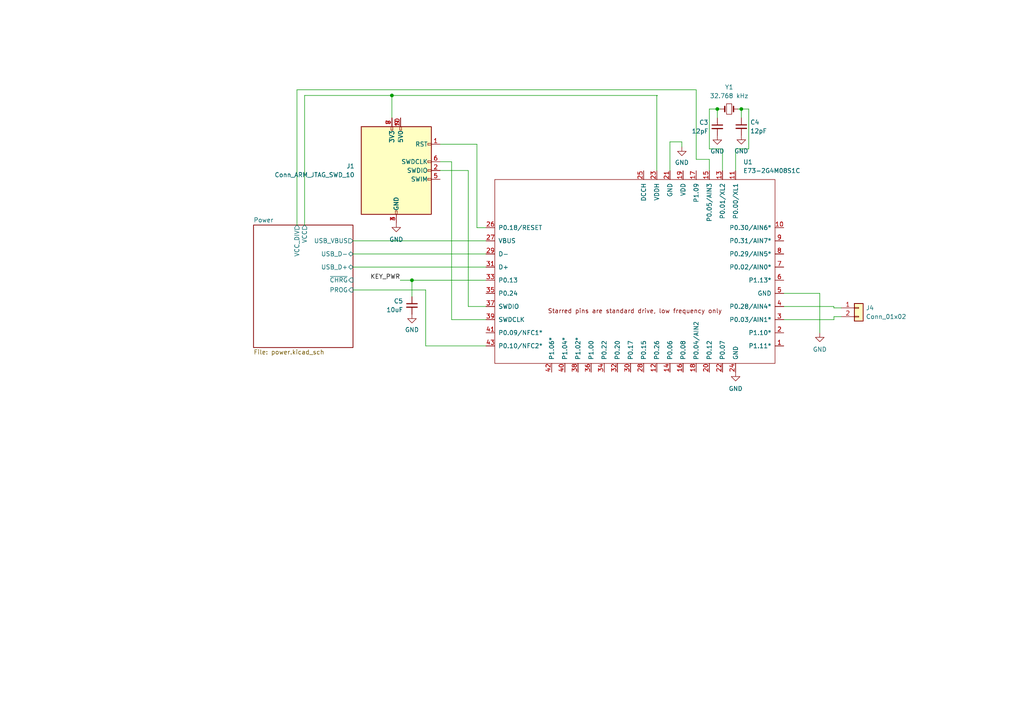
<source format=kicad_sch>
(kicad_sch (version 20230121) (generator eeschema)
  (paper "A4")
  (lib_symbols
    (symbol "Connector_Generic:Conn_01x02" (pin_names (offset 1.016) hide)
      (property "Reference" "J" (at 0 2.54 0))
      (property "Value" "Conn_01x02" (at 0 -5.08 0))
      (symbol "Conn_01x02_1_1"
        (rectangle (start -1.27 -2.413) (end 0 -2.667) (stroke (width 0.1524)))
        (rectangle (start -1.27 0.127) (end 0 -0.127) (stroke (width 0.1524)))
        (rectangle (start -1.27 1.27) (end 1.27 -3.81) (stroke (width 0.254)) (fill (type background)))
        (pin passive line (at -5.08 0 0) (length 3.81) (name "Pin_1") (number "1"))
        (pin passive line (at -5.08 -2.54 0) (length 3.81) (name "Pin_2") (number "2"))
      )
    )
    (symbol "Device:C_Small" (pin_numbers hide) (pin_names (offset 0.254) hide)
      (property "Reference" "C" (at 0.254 1.778 0))
      (property "Value" "C_Small" (at 0.254 -2.032 0))
      (symbol "C_Small_0_1"
        (polyline (pts (xy -1.524 -0.508) (xy 1.524 -0.508)) (stroke (width 0.3302)))
        (polyline (pts (xy -1.524 0.508) (xy 1.524 0.508)) (stroke (width 0.3048)))
      )
      (symbol "C_Small_1_1"
        (pin passive line (at 0 2.54 270) (length 2.032) (name "~") (number "1"))
        (pin passive line (at 0 -2.54 90) (length 2.032) (name "~") (number "2"))
      )
    )
    (symbol "Device:Crystal_Small" (pin_numbers hide) (pin_names (offset 1.016) hide)
      (property "Reference" "Y" (at 0 2.54 0))
      (property "Value" "Crystal_Small" (at 0 -2.54 0))
      (symbol "Crystal_Small_0_1"
        (rectangle (start -0.762 -1.524) (end 0.762 1.524))
        (polyline (pts (xy -1.27 -0.762) (xy -1.27 0.762)) (stroke (width 0.381)))
        (polyline (pts (xy 1.27 -0.762) (xy 1.27 0.762)) (stroke (width 0.381)))
      )
      (symbol "Crystal_Small_1_1"
        (pin passive line (at -2.54 0 0) (length 1.27) (name "1") (number "1"))
        (pin passive line (at 2.54 0 180) (length 1.27) (name "2") (number "2"))
      )
    )
    (symbol "E73-2G4M08S1C:E73-2G4M08S1C" (pin_names (offset 1.016))
      (property "Reference" "U" (at 0 3.81 0))
      (property "Value" "E73-2G4M08S1C" (at 0 1.27 0))
      (symbol "E73-2G4M08S1C_0_0"
        (text "Starred pins are standard drive, low frequency only" (at 0 -11.43 0) (effects (font (size 1.27 1.27))))
      )
      (symbol "E73-2G4M08S1C_0_1"
        (rectangle (start -40.64 26.67) (end 40.64 -26.67))
      )
      (symbol "E73-2G4M08S1C_1_1"
        (pin input line (at 43.18 -21.59 180) (length 2.54) (name "P1.11*") (number "1"))
        (pin input line (at 43.18 12.7 180) (length 2.54) (name "P0.30/AIN6*") (number "10"))
        (pin input line (at 29.21 29.21 270) (length 2.54) (name "P0.00/XL1") (number "11"))
        (pin input line (at 6.35 -29.21 90) (length 2.54) (name "P0.26") (number "12"))
        (pin input line (at 25.4 29.21 270) (length 2.54) (name "P0.01/XL2") (number "13"))
        (pin input line (at 10.16 -29.21 90) (length 2.54) (name "P0.06") (number "14"))
        (pin input line (at 21.59 29.21 270) (length 2.54) (name "P0.05/AIN3") (number "15"))
        (pin input line (at 13.97 -29.21 90) (length 2.54) (name "P0.08") (number "16"))
        (pin input line (at 17.78 29.21 270) (length 2.54) (name "P1.09") (number "17"))
        (pin input line (at 17.78 -29.21 90) (length 2.54) (name "P0.04/AIN2") (number "18"))
        (pin input line (at 13.97 29.21 270) (length 2.54) (name "VDD") (number "19"))
        (pin input line (at 43.18 -17.78 180) (length 2.54) (name "P1.10*") (number "2"))
        (pin input line (at 21.59 -29.21 90) (length 2.54) (name "P0.12") (number "20"))
        (pin input line (at 10.16 29.21 270) (length 2.54) (name "GND") (number "21"))
        (pin input line (at 25.4 -29.21 90) (length 2.54) (name "P0.07") (number "22"))
        (pin input line (at 6.35 29.21 270) (length 2.54) (name "VDDH") (number "23"))
        (pin input line (at 29.21 -29.21 90) (length 2.54) (name "GND") (number "24"))
        (pin input line (at 2.54 29.21 270) (length 2.54) (name "DCCH") (number "25"))
        (pin input line (at -43.18 12.7 0) (length 2.54) (name "P0.18/RESET") (number "26"))
        (pin input line (at -43.18 8.89 0) (length 2.54) (name "VBUS") (number "27"))
        (pin input line (at 2.54 -29.21 90) (length 2.54) (name "P0.15") (number "28"))
        (pin input line (at -43.18 5.08 0) (length 2.54) (name "D-") (number "29"))
        (pin input line (at 43.18 -13.97 180) (length 2.54) (name "P0.03/AIN1*") (number "3"))
        (pin input line (at -1.27 -29.21 90) (length 2.54) (name "P0.17") (number "30"))
        (pin input line (at -43.18 1.27 0) (length 2.54) (name "D+") (number "31"))
        (pin input line (at -5.08 -29.21 90) (length 2.54) (name "P0.20") (number "32"))
        (pin input line (at -43.18 -2.54 0) (length 2.54) (name "P0.13") (number "33"))
        (pin input line (at -8.89 -29.21 90) (length 2.54) (name "P0.22") (number "34"))
        (pin input line (at -43.18 -6.35 0) (length 2.54) (name "P0.24") (number "35"))
        (pin input line (at -12.7 -29.21 90) (length 2.54) (name "P1.00") (number "36"))
        (pin input line (at -43.18 -10.16 0) (length 2.54) (name "SWDIO") (number "37"))
        (pin input line (at -16.51 -29.21 90) (length 2.54) (name "P1.02*") (number "38"))
        (pin input line (at -43.18 -13.97 0) (length 2.54) (name "SWDCLK") (number "39"))
        (pin input line (at 43.18 -10.16 180) (length 2.54) (name "P0.28/AIN4*") (number "4"))
        (pin input line (at -20.32 -29.21 90) (length 2.54) (name "P1.04*") (number "40"))
        (pin input line (at -43.18 -17.78 0) (length 2.54) (name "P0.09/NFC1*") (number "41"))
        (pin input line (at -24.13 -29.21 90) (length 2.54) (name "P1.06*") (number "42"))
        (pin input line (at -43.18 -21.59 0) (length 2.54) (name "P0.10/NFC2*") (number "43"))
        (pin input line (at 43.18 -6.35 180) (length 2.54) (name "GND") (number "5"))
        (pin input line (at 43.18 -2.54 180) (length 2.54) (name "P1.13*") (number "6"))
        (pin input line (at 43.18 1.27 180) (length 2.54) (name "P0.02/AIN0*") (number "7"))
        (pin input line (at 43.18 5.08 180) (length 2.54) (name "P0.29/AIN5*") (number "8"))
        (pin input line (at 43.18 8.89 180) (length 2.54) (name "P0.31/AIN7*") (number "9"))
      )
    )
    (symbol "fauxkey:Conn_ARM_SWD-TC2050-STLink-Clone" (pin_names (offset 1.016))
      (property "Reference" "J1" (at -12.065 1.27 0))
      (property "Value" "Conn_ARM_JTAG_SWD_10" (at -12.065 -1.27 0))
      (symbol "Conn_ARM_SWD-TC2050-STLink-Clone_0_1"
        (rectangle (start -10.16 12.7) (end 10.16 -12.7) (stroke (width 0.254)) (fill (type background)))
        (rectangle (start -1.524 12.7) (end -1.016 11.684))
        (rectangle (start -0.254 -12.7) (end 0.254 -11.684))
        (rectangle (start 1.016 12.7) (end 1.524 11.684))
        (rectangle (start 9.144 2.794) (end 10.16 2.286))
        (rectangle (start 10.16 -2.794) (end 9.144 -2.286))
        (rectangle (start 10.16 -0.254) (end 9.144 0.254))
        (rectangle (start 10.16 7.874) (end 9.144 7.366))
      )
      (symbol "Conn_ARM_SWD-TC2050-STLink-Clone_1_1"
        (pin open_collector line (at 12.7 7.62 180) (length 2.54) (name "RST") (number "1"))
        (pin power_in line (at 1.27 15.24 270) (length 2.54) (name "5V0") (number "10"))
        (pin bidirectional line (at 12.7 0 180) (length 2.54) (name "SWDIO") (number "2"))
        (pin power_in line (at 0 -15.24 90) (length 2.54) (name "GND") (number "3"))
        (pin power_in line (at 0 -15.24 90) (length 2.54) (name "GND") (number "4"))
        (pin bidirectional line (at 12.7 -2.54 180) (length 2.54) (name "SWIM") (number "5"))
        (pin input line (at 12.7 2.54 180) (length 2.54) (name "SWDCLK") (number "6"))
        (pin power_in line (at -1.27 15.24 270) (length 2.54) (name "3V3") (number "7"))
        (pin power_in line (at -1.27 15.24 270) (length 2.54) (name "3V3") (number "8"))
        (pin power_in line (at 1.27 15.24 270) (length 2.54) (name "5V0") (number "9"))
      )
    )
    (symbol "power:GND" (power) (pin_names (offset 0))
      (property "Value" "GND" (at 0 -3.81 0))
      (symbol "GND_0_1"
        (polyline (pts (xy 0 0) (xy 0 -1.27) (xy 1.27 -1.27) (xy 0 -2.54) (xy -1.27 -1.27) (xy 0 -1.27)))
      )
      (symbol "GND_1_1"
        (pin power_in line (at 0 0 270) (length 0) hide (name "GND") (number "1"))
      )
    )
  )
  (junction (at 215.011 31.623))
  (junction (at 113.665 27.686))
  (junction (at 208.0514 31.623))
  (junction (at 119.4816 81.28))
  (wire (pts (xy 194.31 49.53) (xy 194.31 41.148)))
  (wire (pts (xy 113.665 27.686) (xy 190.6524 27.686)))
  (wire (pts (xy 135.8138 88.9) (xy 140.97 88.9)))
  (wire (pts (xy 215.011 31.623) (xy 217.17 31.623)))
  (wire (pts (xy 140.97 77.47) (xy 102.3874 77.47)))
  (wire (pts (xy 102.3874 84.0994) (xy 123.4694 84.0994)))
  (wire (pts (xy 201.93 46.228) (xy 201.93 26.035)))
  (wire (pts (xy 190.6524 27.686) (xy 190.6524 27.7368)))
  (wire (pts (xy 119.4816 81.28) (xy 119.4816 86.0552)))
  (wire (pts (xy 227.33 85.09) (xy 237.7694 85.09)))
  (wire (pts (xy 140.97 73.66) (xy 102.3874 73.66)))
  (wire (pts (xy 140.97 92.71) (xy 130.9878 92.71)))
  (wire (pts (xy 241.8588 88.9) (xy 241.8588 89.3064)))
  (wire (pts (xy 213.36 43.18) (xy 213.36 49.53)))
  (wire (pts (xy 138.3284 66.04) (xy 140.97 66.04)))
  (wire (pts (xy 237.7694 85.09) (xy 237.7694 96.5708)))
  (wire (pts (xy 194.31 41.148) (xy 197.7644 41.148)))
  (wire (pts (xy 119.4816 81.28) (xy 140.97 81.28)))
  (wire (pts (xy 88.3412 27.686) (xy 113.665 27.686)))
  (wire (pts (xy 205.74 46.228) (xy 201.93 46.228)))
  (wire (pts (xy 205.74 31.623) (xy 208.0514 31.623)))
  (wire (pts (xy 138.3284 41.8338) (xy 138.3284 66.04)))
  (wire (pts (xy 127.635 41.8338) (xy 138.3284 41.8338)))
  (wire (pts (xy 135.8138 49.4538) (xy 135.8138 88.9)))
  (wire (pts (xy 241.8588 89.3064) (xy 243.9924 89.3064)))
  (wire (pts (xy 88.3412 65.278) (xy 88.3412 27.686)))
  (wire (pts (xy 208.0514 31.623) (xy 208.0514 34.2392)))
  (wire (pts (xy 213.36 43.18) (xy 217.17 43.18)))
  (wire (pts (xy 205.74 49.53) (xy 205.74 46.228)))
  (wire (pts (xy 241.8842 92.71) (xy 227.33 92.71)))
  (wire (pts (xy 217.17 31.623) (xy 217.17 43.18)))
  (wire (pts (xy 86.1314 26.035) (xy 201.93 26.035)))
  (wire (pts (xy 208.0514 31.623) (xy 208.9404 31.623)))
  (wire (pts (xy 127.635 46.9138) (xy 130.9878 46.9138)))
  (wire (pts (xy 123.4694 84.0994) (xy 123.4694 100.33)))
  (wire (pts (xy 190.5 27.7368) (xy 190.5 49.53)))
  (wire (pts (xy 209.55 43.18) (xy 205.74 43.18)))
  (wire (pts (xy 116.078 81.28) (xy 119.4816 81.28)))
  (wire (pts (xy 197.7644 41.148) (xy 197.7644 42.6212)))
  (wire (pts (xy 113.665 27.686) (xy 113.665 34.2138)))
  (wire (pts (xy 227.33 88.9) (xy 241.8588 88.9)))
  (wire (pts (xy 241.8842 91.8464) (xy 241.8842 92.71)))
  (wire (pts (xy 86.1314 65.278) (xy 86.1314 26.035)))
  (wire (pts (xy 127.635 49.4538) (xy 135.8138 49.4538)))
  (wire (pts (xy 205.74 43.18) (xy 205.74 31.623)))
  (wire (pts (xy 140.97 69.85) (xy 102.3874 69.85)))
  (wire (pts (xy 243.9924 91.8464) (xy 241.8842 91.8464)))
  (wire (pts (xy 190.6524 27.7368) (xy 190.5 27.7368)))
  (wire (pts (xy 123.4694 100.33) (xy 140.97 100.33)))
  (wire (pts (xy 214.0204 31.623) (xy 215.011 31.623)))
  (wire (pts (xy 130.9878 92.71) (xy 130.9878 46.9138)))
  (wire (pts (xy 209.55 49.53) (xy 209.55 43.18)))
  (wire (pts (xy 215.011 31.623) (xy 215.011 34.1884)))
  (label "KEY_PWR" (at 116.078 81.28 180))
  (symbol (lib_id "Connector_Generic:Conn_01x02") (at 249.0724 89.3064 0) (unit 1)
    (property "Reference" "J4" (at 251.1298 89.3064 0) (effects (justify left)))
    (property "Value" "Conn_01x02" (at 251.1298 91.8464 0) (effects (justify left)))
    (property "Footprint" "Connector_PinHeader_2.00mm:PinHeader_1x02_P2.00mm_Vertical" (effects hide))
  )
  (symbol (lib_id "power:GND") (at 197.7644 42.6212 0) (unit 1)
    (property "Reference" "#PWR010" (effects hide))
    (property "Value" "GND" (at 197.7644 47.1424 0))
  )
  (symbol (lib_id "Device:C_Small") (at 215.011 36.7284 0) (unit 1)
    (property "Reference" "C4" (at 217.5764 35.4647 0) (effects (justify left)))
    (property "Value" "12pF" (at 217.5764 38.0047 0) (effects (justify left)))
    (property "Footprint" "Capacitor_SMD:C_0603_1608Metric" (effects hide))
  )
  (symbol (lib_id "Device:C_Small") (at 208.0514 36.7792 0) (mirror y) (unit 1)
    (property "Reference" "C3" (at 205.486 35.5155 0) (effects (justify left)))
    (property "Value" "12pF" (at 205.486 38.0555 0) (effects (justify left)))
    (property "Footprint" "Capacitor_SMD:C_0603_1608Metric" (effects hide))
  )
  (symbol (lib_id "power:GND") (at 208.0514 39.3192 0) (unit 1)
    (property "Reference" "#PWR013" (effects hide))
    (property "Value" "GND" (at 208.0514 43.8404 0))
  )
  (symbol (lib_id "fauxkey:Conn_ARM_SWD-TC2050-STLink-Clone") (at 114.935 49.4538 0) (unit 1)
    (property "Reference" "J1" (at 102.87 48.1838 0) (effects (justify right)))
    (property "Value" "Conn_ARM_JTAG_SWD_10" (at 102.87 50.7238 0) (effects (justify right)))
    (property "Footprint" "Connector:Tag-Connect_TC2050-IDC-NL_2x05_P1.27mm_Vertical" (effects hide))
    (property "Datasheet" "http://infocenter.arm.com/help/topic/com.arm.doc.ddi0314h/DDI0314H_coresight_components_trm.pdf" (effects hide))
  )
  (symbol (lib_id "Device:C_Small") (at 119.4816 88.5952 0) (mirror y) (unit 1)
    (property "Reference" "C5" (at 116.9162 87.3315 0) (effects (justify left)))
    (property "Value" "10uF" (at 116.9162 89.8715 0) (effects (justify left)))
    (property "Footprint" "Capacitor_SMD:C_0603_1608Metric" (effects hide))
  )
  (symbol (lib_id "power:GND") (at 119.4816 91.1352 0) (unit 1)
    (property "Reference" "#PWR016" (effects hide))
    (property "Value" "GND" (at 119.4816 95.6564 0))
  )
  (symbol (lib_id "E73-2G4M08S1C:E73-2G4M08S1C") (at 184.15 78.74 0) (unit 1)
    (property "Reference" "U1" (at 215.5541 46.99 0) (effects (justify left)))
    (property "Value" "E73-2G4M08S1C" (at 215.5541 49.53 0) (effects (justify left)))
    (property "Footprint" "E73-2G4M08S1C:E73-2G4M08S1C" (effects hide))
    (property "Datasheet" "http://www.ebyte.com/en/downpdf.aspx?id=445" (effects hide))
  )
  (symbol (lib_id "power:GND") (at 215.011 39.2684 0) (unit 1)
    (property "Reference" "#PWR014" (effects hide))
    (property "Value" "GND" (at 215.011 43.7896 0))
  )
  (symbol (lib_id "Device:Crystal_Small") (at 211.4804 31.623 0) (unit 1)
    (property "Reference" "Y1" (at 211.4804 25.273 0))
    (property "Value" "32.768 kHz" (at 211.4804 27.813 0))
    (property "Footprint" "Crystal:Crystal_SMD_3215-2Pin_3.2x1.5mm" (effects hide))
  )
  (symbol (lib_id "power:GND") (at 114.935 64.6938 0) (unit 1)
    (property "Reference" "#PWR015" (effects hide))
    (property "Value" "GND" (at 114.935 69.469 0))
  )
  (symbol (lib_id "power:GND") (at 213.36 107.95 0) (unit 1)
    (property "Reference" "#PWR09" (effects hide))
    (property "Value" "GND" (at 213.36 112.7252 0))
  )
  (symbol (lib_id "power:GND") (at 237.7694 96.5708 0) (unit 1)
    (property "Reference" "#PWR08" (effects hide))
    (property "Value" "GND" (at 237.7694 101.346 0))
  )
  (sheet (at 73.533 65.278) (size 28.8544 35.5346) (stroke (width 0.1524))
    (property "Sheetname" "Power" (at 73.533 64.5664 0) (effects (justify left bottom)))
    (property "Sheetfile" "power.kicad_sch" (at 73.533 101.3972 0) (effects (justify left top)))
    (pin "USB_D+" bidirectional (at 102.3874 77.47 0))
    (pin "USB_D-" bidirectional (at 102.3874 73.66 0))
    (pin "USB_VBUS" output (at 102.3874 69.85 0))
    (pin "~{CHRG}" input (at 102.3874 81.2292 0))
    (pin "VCC" output (at 88.3412 65.278 90))
    (pin "VCC_DIV" output (at 86.1314 65.278 90))
    (pin "PROG" input (at 102.3874 84.0994 0))
  )
)
</source>
